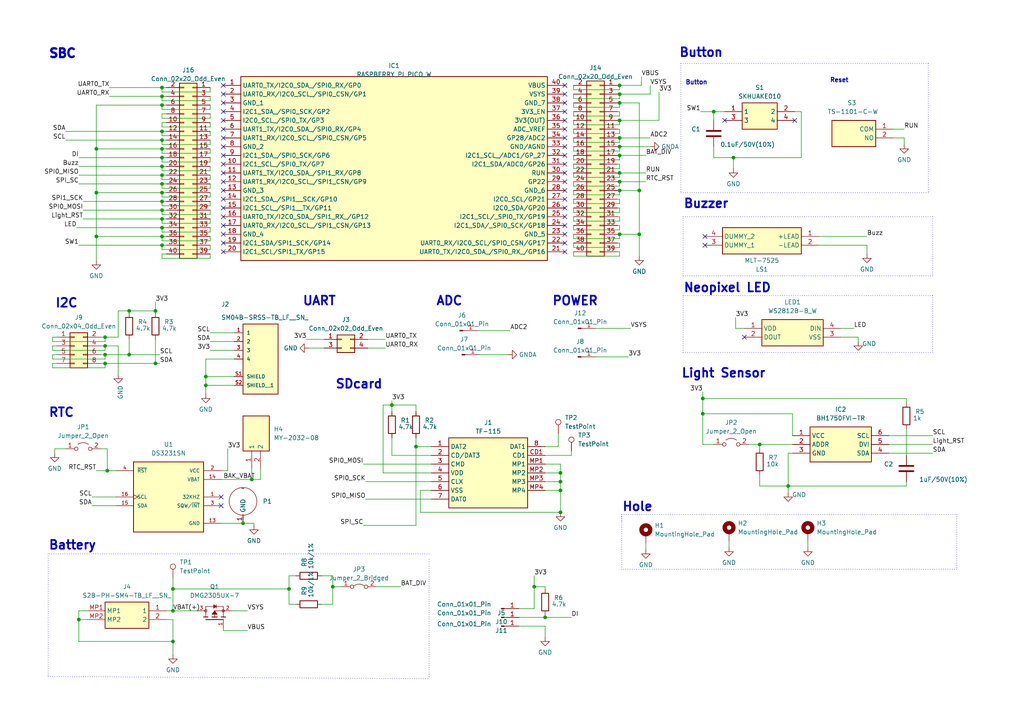
<source format=kicad_sch>
(kicad_sch (version 20230121) (generator eeschema)
  (paper "A4")
  (title_block (title "Porshe") (date "2024-01-04") (rev "0.1") (company "Microschool"))
  (junction (at 179.705 24.765))
  (junction (at 207.01 32.385))
  (junction (at 154.94 170.18))
  (junction (at 46.99 45.72))
  (junction (at 27.94 43.18))
  (junction (at 46.99 68.58))
  (junction (at 179.705 52.705))
  (junction (at 203.835 120.015))
  (junction (at 46.99 25.4))
  (junction (at 179.705 40.005))
  (junction (at 179.705 67.945))
  (junction (at 46.99 71.12))
  (junction (at 27.94 68.58))
  (junction (at 158.115 179.07))
  (junction (at 228.6 140.97))
  (junction (at 50.165 186.055))
  (junction (at 46.99 58.42))
  (junction (at 179.705 29.845))
  (junction (at 162.56 142.24))
  (junction (at 46.99 50.8))
  (junction (at 185.42 67.945))
  (junction (at 179.705 45.085))
  (junction (at 46.99 48.26))
  (junction (at 30.48 97.79))
  (junction (at 45.085 105.41))
  (junction (at 46.99 53.34))
  (junction (at 203.835 115.57))
  (junction (at 46.99 63.5))
  (junction (at 37.465 90.17))
  (junction (at 162.56 148.59))
  (junction (at 59.69 111.76))
  (junction (at 46.99 27.94))
  (junction (at 50.165 177.165))
  (junction (at 46.99 66.04))
  (junction (at 179.705 55.245))
  (junction (at 46.99 43.18))
  (junction (at 45.085 90.17))
  (junction (at 179.705 34.925))
  (junction (at 30.48 100.33))
  (junction (at 46.99 40.64))
  (junction (at 179.705 50.165))
  (junction (at 212.725 45.72))
  (junction (at 22.86 179.705))
  (junction (at 50.165 170.815))
  (junction (at 220.345 128.905))
  (junction (at 30.48 105.41))
  (junction (at 120.65 129.54))
  (junction (at 96.52 170.18))
  (junction (at 179.705 42.545))
  (junction (at 162.56 137.16))
  (junction (at 31.115 136.525))
  (junction (at 70.485 151.765))
  (junction (at 37.465 102.87))
  (junction (at 46.99 30.48))
  (junction (at 185.42 55.245))
  (junction (at 83.82 170.815))
  (junction (at 46.99 60.96))
  (junction (at 179.705 27.305))
  (junction (at 59.69 109.22))
  (junction (at 30.48 102.87))
  (junction (at 46.99 38.1))
  (junction (at 73.025 139.065))
  (junction (at 46.99 55.88))
  (junction (at 113.665 117.475))
  (junction (at 27.94 55.88))
  (junction (at 162.56 139.7))
  (no_connect (at 64.77 67.945))
  (no_connect (at 64.77 55.245))
  (no_connect (at 163.83 40.005))
  (no_connect (at 163.83 50.165))
  (no_connect (at 163.83 29.845))
  (no_connect (at 64.77 37.465))
  (no_connect (at 64.135 146.685))
  (no_connect (at 163.83 67.945))
  (no_connect (at 163.83 62.865))
  (no_connect (at 64.135 144.145))
  (no_connect (at 163.83 45.085))
  (no_connect (at 215.9 97.79))
  (no_connect (at 64.77 50.165))
  (no_connect (at 64.77 52.705))
  (no_connect (at 64.77 47.625))
  (no_connect (at 64.77 34.925))
  (no_connect (at 64.77 57.785))
  (no_connect (at 163.83 47.625))
  (no_connect (at 64.77 40.005))
  (no_connect (at 64.77 32.385))
  (no_connect (at 204.47 68.58))
  (no_connect (at 163.83 57.785))
  (no_connect (at 64.77 24.765))
  (no_connect (at 163.83 65.405))
  (no_connect (at 64.77 70.485))
  (no_connect (at 64.77 65.405))
  (no_connect (at 163.83 42.545))
  (no_connect (at 64.77 62.865))
  (no_connect (at 163.83 24.765))
  (no_connect (at 210.185 34.925))
  (no_connect (at 64.77 45.085))
  (no_connect (at 64.77 29.845))
  (no_connect (at 163.83 70.485))
  (no_connect (at 163.83 55.245))
  (no_connect (at 163.83 73.025))
  (no_connect (at 64.77 60.325))
  (no_connect (at 163.83 52.705))
  (no_connect (at 64.77 42.545))
  (no_connect (at 230.505 34.925))
  (no_connect (at 64.77 27.305))
  (no_connect (at 64.77 73.025))
  (no_connect (at 163.83 34.925))
  (no_connect (at 163.83 37.465))
  (no_connect (at 163.83 60.325))
  (no_connect (at 204.47 71.12))
  (no_connect (at 163.83 27.305))
  (no_connect (at 163.83 32.385))
  (wire (pts (xy 203.835 113.665) (xy 203.835 115.57)))
  (wire (pts (xy 46.99 53.34) (xy 48.26 53.34)))
  (wire (pts (xy 46.99 39.37) (xy 46.99 38.1)))
  (wire (pts (xy 158.115 181.61) (xy 158.115 184.785)))
  (wire (pts (xy 220.345 137.795) (xy 220.345 140.97)))
  (wire (pts (xy 179.07 47.625) (xy 179.705 47.625)))
  (wire (pts (xy 243.84 97.79) (xy 248.92 97.79)))
  (wire (pts (xy 125.095 142.24) (xy 121.92 142.24)))
  (polyline (pts (xy 270.51 62.865) (xy 270.51 80.01)) (stroke (width 0) (type dot)))
  (wire (pts (xy 179.705 53.975) (xy 179.705 52.705)))
  (wire (pts (xy 158.115 170.18) (xy 154.94 170.18)))
  (wire (pts (xy 59.69 109.22) (xy 67.945 109.22)))
  (wire (pts (xy 30.48 104.14) (xy 30.48 102.87)))
  (wire (pts (xy 237.49 68.58) (xy 251.46 68.58)))
  (wire (pts (xy 46.99 62.23) (xy 46.99 60.96)))
  (polyline (pts (xy 180.34 165.1) (xy 180.34 149.225)) (stroke (width 0) (type dot)))
  (wire (pts (xy 179.705 52.705) (xy 187.325 52.705)))
  (wire (pts (xy 147.955 95.885) (xy 138.43 95.885)))
  (wire (pts (xy 172.72 95.25) (xy 182.88 95.25)))
  (wire (pts (xy 45.085 90.17) (xy 45.085 90.805)))
  (wire (pts (xy 179.705 64.135) (xy 179.705 62.865)))
  (wire (pts (xy 70.485 151.765) (xy 73.66 151.765)))
  (wire (pts (xy 46.99 63.5) (xy 48.26 63.5)))
  (wire (pts (xy 179.07 32.385) (xy 179.705 32.385)))
  (polyline (pts (xy 277.495 149.225) (xy 277.495 165.1)) (stroke (width 0) (type dot)))
  (wire (pts (xy 46.99 29.21) (xy 46.99 27.94)))
  (polyline (pts (xy 270.51 85.725) (xy 270.51 102.235)) (stroke (width 0) (type dot)))
  (wire (pts (xy 166.37 66.675) (xy 179.705 66.675)))
  (wire (pts (xy 179.705 41.275) (xy 179.705 40.005)))
  (wire (pts (xy 22.86 177.165) (xy 22.86 179.705)))
  (wire (pts (xy 166.37 52.705) (xy 166.37 53.975)))
  (wire (pts (xy 207.01 45.72) (xy 212.725 45.72)))
  (wire (pts (xy 83.82 175.26) (xy 85.725 175.26)))
  (wire (pts (xy 24.13 60.96) (xy 46.99 60.96)))
  (wire (pts (xy 179.705 43.815) (xy 179.705 42.545)))
  (wire (pts (xy 166.37 41.275) (xy 179.705 41.275)))
  (wire (pts (xy 179.07 73.025) (xy 179.705 73.025)))
  (wire (pts (xy 30.48 102.87) (xy 37.465 102.87)))
  (wire (pts (xy 60.96 45.72) (xy 60.96 46.99)))
  (wire (pts (xy 59.69 104.14) (xy 67.945 104.14)))
  (wire (pts (xy 212.725 45.72) (xy 232.41 45.72)))
  (wire (pts (xy 166.37 65.405) (xy 166.37 66.675)))
  (wire (pts (xy 234.315 156.845) (xy 234.315 158.75)))
  (wire (pts (xy 29.21 97.79) (xy 30.48 97.79)))
  (wire (pts (xy 161.925 129.54) (xy 161.925 125.73)))
  (wire (pts (xy 48.26 71.12) (xy 46.99 71.12)))
  (wire (pts (xy 166.37 37.465) (xy 166.37 38.735)))
  (wire (pts (xy 15.24 102.87) (xy 15.24 104.14)))
  (wire (pts (xy 106.68 98.425) (xy 111.76 98.425)))
  (wire (pts (xy 113.665 132.08) (xy 113.665 127)))
  (wire (pts (xy 166.37 64.135) (xy 179.705 64.135)))
  (wire (pts (xy 179.705 69.215) (xy 179.705 67.945)))
  (wire (pts (xy 46.99 44.45) (xy 46.99 43.18)))
  (polyline (pts (xy 124.46 160.655) (xy 13.97 160.655)) (stroke (width 0) (type dot)))
  (wire (pts (xy 46.99 41.91) (xy 46.99 40.64)))
  (wire (pts (xy 46.99 35.56) (xy 48.26 35.56)))
  (wire (pts (xy 30.48 101.6) (xy 30.48 100.33)))
  (wire (pts (xy 46.99 45.72) (xy 22.86 45.72)))
  (wire (pts (xy 166.37 24.765) (xy 166.37 26.035)))
  (wire (pts (xy 46.99 73.66) (xy 48.26 73.66)))
  (wire (pts (xy 162.56 137.16) (xy 162.56 139.7)))
  (wire (pts (xy 251.46 71.12) (xy 251.46 73.66)))
  (polyline (pts (xy 270.51 102.235) (xy 198.12 102.235)) (stroke (width 0) (type dot)))
  (wire (pts (xy 16.51 105.41) (xy 15.24 105.41)))
  (wire (pts (xy 182.245 103.505) (xy 172.72 103.505)))
  (wire (pts (xy 30.48 97.79) (xy 34.29 97.79)))
  (wire (pts (xy 158.115 178.435) (xy 158.115 179.07)))
  (wire (pts (xy 60.96 99.06) (xy 67.945 99.06)))
  (wire (pts (xy 15.24 100.33) (xy 15.24 101.6)))
  (wire (pts (xy 179.705 31.115) (xy 179.705 29.845)))
  (wire (pts (xy 48.26 45.72) (xy 46.99 45.72)))
  (wire (pts (xy 64.135 139.065) (xy 73.025 139.065)))
  (wire (pts (xy 166.37 42.545) (xy 166.37 43.815)))
  (wire (pts (xy 179.705 74.295) (xy 179.705 73.025)))
  (wire (pts (xy 166.37 38.735) (xy 179.705 38.735)))
  (wire (pts (xy 22.86 179.705) (xy 25.4 179.705)))
  (wire (pts (xy 179.705 71.755) (xy 179.705 70.485)))
  (wire (pts (xy 60.96 53.34) (xy 60.96 54.61)))
  (wire (pts (xy 50.165 170.815) (xy 50.165 177.165)))
  (wire (pts (xy 46.99 64.77) (xy 46.99 63.5)))
  (wire (pts (xy 60.96 66.04) (xy 60.96 67.31)))
  (wire (pts (xy 30.48 106.68) (xy 30.48 105.41)))
  (wire (pts (xy 45.085 87.63) (xy 45.085 90.17)))
  (wire (pts (xy 179.07 45.085) (xy 179.705 45.085)))
  (wire (pts (xy 46.99 46.99) (xy 46.99 45.72)))
  (wire (pts (xy 67.31 177.165) (xy 71.755 177.165)))
  (wire (pts (xy 46.99 50.8) (xy 48.26 50.8)))
  (wire (pts (xy 15.24 99.06) (xy 30.48 99.06)))
  (wire (pts (xy 237.49 71.12) (xy 251.46 71.12)))
  (wire (pts (xy 60.96 62.23) (xy 46.99 62.23)))
  (wire (pts (xy 179.07 65.405) (xy 179.705 65.405)))
  (wire (pts (xy 203.835 120.015) (xy 203.835 128.905)))
  (wire (pts (xy 26.67 144.145) (xy 33.655 144.145)))
  (wire (pts (xy 203.835 128.905) (xy 207.01 128.905)))
  (wire (pts (xy 262.89 139.7) (xy 262.89 140.97)))
  (wire (pts (xy 15.24 101.6) (xy 30.48 101.6)))
  (polyline (pts (xy 198.12 85.725) (xy 270.51 85.725)) (stroke (width 0) (type dot)))
  (wire (pts (xy 66.04 136.525) (xy 66.04 130.175)))
  (wire (pts (xy 31.115 130.175) (xy 31.115 136.525)))
  (wire (pts (xy 96.52 167.005) (xy 96.52 170.18)))
  (wire (pts (xy 243.84 95.25) (xy 247.65 95.25)))
  (wire (pts (xy 46.99 43.18) (xy 27.94 43.18)))
  (wire (pts (xy 179.705 28.575) (xy 179.705 27.305)))
  (wire (pts (xy 262.89 116.84) (xy 262.89 115.57)))
  (wire (pts (xy 179.705 67.945) (xy 185.42 67.945)))
  (wire (pts (xy 34.29 90.17) (xy 37.465 90.17)))
  (wire (pts (xy 34.29 97.79) (xy 34.29 90.17)))
  (wire (pts (xy 46.99 31.75) (xy 46.99 30.48)))
  (wire (pts (xy 228.6 140.97) (xy 262.89 140.97)))
  (wire (pts (xy 106.045 139.7) (xy 125.095 139.7)))
  (wire (pts (xy 228.6 131.445) (xy 228.6 140.97)))
  (wire (pts (xy 166.37 48.895) (xy 179.705 48.895)))
  (polyline (pts (xy 199.39 62.865) (xy 270.51 62.865)) (stroke (width 0) (type dot)))
  (wire (pts (xy 60.96 31.75) (xy 46.99 31.75)))
  (wire (pts (xy 179.705 45.085) (xy 187.325 45.085)))
  (wire (pts (xy 19.05 38.1) (xy 46.99 38.1)))
  (wire (pts (xy 26.67 146.685) (xy 33.655 146.685)))
  (wire (pts (xy 48.26 179.705) (xy 50.165 179.705)))
  (wire (pts (xy 46.99 40.64) (xy 48.26 40.64)))
  (wire (pts (xy 166.37 28.575) (xy 179.705 28.575)))
  (wire (pts (xy 60.96 50.8) (xy 60.96 52.07)))
  (wire (pts (xy 60.96 60.96) (xy 60.96 62.23)))
  (wire (pts (xy 60.96 44.45) (xy 46.99 44.45)))
  (wire (pts (xy 60.96 67.31) (xy 46.99 67.31)))
  (wire (pts (xy 46.99 55.88) (xy 27.94 55.88)))
  (wire (pts (xy 22.225 66.04) (xy 46.99 66.04)))
  (wire (pts (xy 46.99 58.42) (xy 48.26 58.42)))
  (wire (pts (xy 166.37 74.295) (xy 179.705 74.295)))
  (wire (pts (xy 179.07 55.245) (xy 179.705 55.245)))
  (wire (pts (xy 166.37 62.865) (xy 166.37 64.135)))
  (wire (pts (xy 125.095 137.16) (xy 111.125 137.16)))
  (wire (pts (xy 59.69 104.14) (xy 59.69 109.22)))
  (wire (pts (xy 60.96 54.61) (xy 46.99 54.61)))
  (wire (pts (xy 46.99 27.94) (xy 48.26 27.94)))
  (wire (pts (xy 60.96 35.56) (xy 60.96 36.83)))
  (wire (pts (xy 60.96 96.52) (xy 67.945 96.52)))
  (wire (pts (xy 46.99 48.26) (xy 22.86 48.26)))
  (wire (pts (xy 162.56 142.24) (xy 162.56 148.59)))
  (wire (pts (xy 105.41 152.4) (xy 120.65 152.4)))
  (wire (pts (xy 46.99 71.12) (xy 22.86 71.12)))
  (polyline (pts (xy 269.24 55.88) (xy 197.485 55.88)) (stroke (width 0) (type dot)))
  (wire (pts (xy 111.125 137.16) (xy 111.125 117.475)))
  (wire (pts (xy 60.96 30.48) (xy 60.96 31.75)))
  (wire (pts (xy 25.4 177.165) (xy 22.86 177.165)))
  (wire (pts (xy 179.07 60.325) (xy 179.705 60.325)))
  (wire (pts (xy 213.36 92.075) (xy 213.36 95.25)))
  (wire (pts (xy 220.345 140.97) (xy 228.6 140.97)))
  (wire (pts (xy 158.115 137.16) (xy 162.56 137.16)))
  (wire (pts (xy 46.99 74.93) (xy 46.99 73.66)))
  (wire (pts (xy 166.37 34.925) (xy 166.37 36.195)))
  (polyline (pts (xy 198.12 85.725) (xy 198.12 85.725)))
  (wire (pts (xy 46.99 25.4) (xy 48.26 25.4)))
  (wire (pts (xy 16.51 100.33) (xy 15.24 100.33)))
  (wire (pts (xy 19.05 40.64) (xy 46.99 40.64)))
  (wire (pts (xy 179.07 40.005) (xy 179.705 40.005)))
  (wire (pts (xy 60.96 43.18) (xy 60.96 44.45)))
  (wire (pts (xy 179.705 42.545) (xy 188.595 42.545)))
  (wire (pts (xy 27.94 68.58) (xy 27.94 75.565)))
  (wire (pts (xy 158.115 179.07) (xy 165.735 179.07)))
  (wire (pts (xy 37.465 90.17) (xy 45.085 90.17)))
  (wire (pts (xy 45.085 98.425) (xy 45.085 105.41)))
  (wire (pts (xy 60.96 48.26) (xy 60.96 49.53)))
  (wire (pts (xy 179.07 34.925) (xy 179.705 34.925)))
  (wire (pts (xy 120.65 119.38) (xy 120.65 117.475)))
  (wire (pts (xy 15.24 97.79) (xy 15.24 99.06)))
  (wire (pts (xy 60.96 46.99) (xy 46.99 46.99)))
  (wire (pts (xy 259.08 40.005) (xy 262.255 40.005)))
  (wire (pts (xy 93.98 100.965) (xy 89.535 100.965)))
  (wire (pts (xy 120.65 129.54) (xy 120.65 152.4)))
  (wire (pts (xy 31.75 25.4) (xy 46.99 25.4)))
  (wire (pts (xy 125.095 144.78) (xy 106.045 144.78)))
  (wire (pts (xy 30.48 99.06) (xy 30.48 97.79)))
  (wire (pts (xy 60.96 58.42) (xy 60.96 59.69)))
  (polyline (pts (xy 198.12 80.01) (xy 198.12 62.865)) (stroke (width 0) (type dot)))
  (wire (pts (xy 96.52 170.18) (xy 99.06 170.18)))
  (wire (pts (xy 212.725 45.72) (xy 212.725 48.895)))
  (wire (pts (xy 262.255 40.005) (xy 262.255 41.91)))
  (wire (pts (xy 166.37 29.845) (xy 166.37 31.115)))
  (wire (pts (xy 229.87 131.445) (xy 228.6 131.445)))
  (wire (pts (xy 179.07 62.865) (xy 179.705 62.865)))
  (wire (pts (xy 60.96 68.58) (xy 60.96 69.85)))
  (wire (pts (xy 185.42 55.245) (xy 185.42 67.945)))
  (polyline (pts (xy 13.97 160.655) (xy 13.97 196.215)) (stroke (width 0) (type dot)))
  (wire (pts (xy 179.705 24.765) (xy 186.055 24.765)))
  (wire (pts (xy 203.2 32.385) (xy 207.01 32.385)))
  (wire (pts (xy 166.37 56.515) (xy 179.705 56.515)))
  (wire (pts (xy 27.94 136.525) (xy 31.115 136.525)))
  (wire (pts (xy 109.22 170.18) (xy 116.205 170.18)))
  (wire (pts (xy 48.26 68.58) (xy 46.99 68.58)))
  (wire (pts (xy 15.24 105.41) (xy 15.24 106.68)))
  (wire (pts (xy 179.705 33.655) (xy 179.705 32.385)))
  (wire (pts (xy 46.99 66.04) (xy 48.26 66.04)))
  (wire (pts (xy 15.875 130.175) (xy 15.875 131.445)))
  (wire (pts (xy 46.99 36.83) (xy 46.99 35.56)))
  (wire (pts (xy 179.705 36.195) (xy 179.705 34.925)))
  (wire (pts (xy 166.37 26.035) (xy 179.705 26.035)))
  (wire (pts (xy 113.665 116.205) (xy 113.665 117.475)))
  (wire (pts (xy 179.07 27.305) (xy 179.705 27.305)))
  (wire (pts (xy 179.705 51.435) (xy 179.705 50.165)))
  (wire (pts (xy 64.77 182.88) (xy 71.755 182.88)))
  (wire (pts (xy 60.96 33.02) (xy 60.96 34.29)))
  (wire (pts (xy 158.115 170.815) (xy 158.115 170.18)))
  (wire (pts (xy 111.125 117.475) (xy 113.665 117.475)))
  (wire (pts (xy 19.05 130.175) (xy 15.875 130.175)))
  (wire (pts (xy 166.37 53.975) (xy 179.705 53.975)))
  (wire (pts (xy 60.96 52.07) (xy 46.99 52.07)))
  (wire (pts (xy 48.26 55.88) (xy 46.99 55.88)))
  (wire (pts (xy 257.81 131.445) (xy 270.51 131.445)))
  (wire (pts (xy 229.87 126.365) (xy 229.87 120.015)))
  (wire (pts (xy 121.92 148.59) (xy 162.56 148.59)))
  (wire (pts (xy 166.37 50.165) (xy 166.37 51.435)))
  (wire (pts (xy 50.165 177.165) (xy 57.15 177.165)))
  (wire (pts (xy 162.56 134.62) (xy 162.56 137.16)))
  (wire (pts (xy 46.99 54.61) (xy 46.99 53.34)))
  (wire (pts (xy 166.37 70.485) (xy 166.37 71.755)))
  (wire (pts (xy 166.37 32.385) (xy 166.37 33.655)))
  (wire (pts (xy 64.77 182.245) (xy 64.77 182.88)))
  (wire (pts (xy 207.01 32.385) (xy 207.01 34.925)))
  (polyline (pts (xy 269.24 18.415) (xy 269.24 55.88)) (stroke (width 0) (type dot)))
  (wire (pts (xy 64.135 151.765) (xy 70.485 151.765)))
  (wire (pts (xy 34.29 100.33) (xy 30.48 100.33)))
  (polyline (pts (xy 180.34 149.225) (xy 277.495 149.225)) (stroke (width 0) (type dot)))
  (wire (pts (xy 179.07 42.545) (xy 179.705 42.545)))
  (wire (pts (xy 60.96 55.88) (xy 60.96 57.15)))
  (wire (pts (xy 211.455 156.845) (xy 211.455 158.75)))
  (wire (pts (xy 207.01 32.385) (xy 210.185 32.385)))
  (wire (pts (xy 179.07 29.845) (xy 179.705 29.845)))
  (wire (pts (xy 30.48 105.41) (xy 45.085 105.41)))
  (wire (pts (xy 46.99 52.07) (xy 46.99 50.8)))
  (wire (pts (xy 60.96 74.93) (xy 46.99 74.93)))
  (wire (pts (xy 106.68 100.965) (xy 111.76 100.965)))
  (polyline (pts (xy 180.34 149.225) (xy 180.34 151.765)) (stroke (width 0) (type dot)))
  (wire (pts (xy 29.21 100.33) (xy 30.48 100.33)))
  (wire (pts (xy 217.17 128.905) (xy 220.345 128.905)))
  (wire (pts (xy 24.13 58.42) (xy 46.99 58.42)))
  (wire (pts (xy 179.705 27.305) (xy 188.595 27.305)))
  (wire (pts (xy 60.96 41.91) (xy 46.99 41.91)))
  (wire (pts (xy 166.37 27.305) (xy 166.37 28.575)))
  (wire (pts (xy 166.37 55.245) (xy 166.37 56.515)))
  (wire (pts (xy 179.07 50.165) (xy 179.705 50.165)))
  (wire (pts (xy 60.96 101.6) (xy 67.945 101.6)))
  (wire (pts (xy 22.86 186.055) (xy 50.165 186.055)))
  (wire (pts (xy 27.94 43.18) (xy 27.94 55.88)))
  (wire (pts (xy 187.325 157.48) (xy 187.325 159.385)))
  (wire (pts (xy 59.69 111.76) (xy 59.69 114.3)))
  (wire (pts (xy 188.595 24.765) (xy 188.595 27.305)))
  (wire (pts (xy 179.705 38.735) (xy 179.705 37.465)))
  (wire (pts (xy 29.21 105.41) (xy 30.48 105.41)))
  (wire (pts (xy 33.655 136.525) (xy 31.115 136.525)))
  (wire (pts (xy 166.37 69.215) (xy 179.705 69.215)))
  (wire (pts (xy 60.96 29.21) (xy 46.99 29.21)))
  (wire (pts (xy 147.32 102.87) (xy 139.065 102.87)))
  (wire (pts (xy 59.69 109.22) (xy 59.69 111.76)))
  (wire (pts (xy 179.705 48.895) (xy 179.705 47.625)))
  (wire (pts (xy 34.29 108.585) (xy 34.29 100.33)))
  (wire (pts (xy 50.165 167.64) (xy 50.165 170.815)))
  (wire (pts (xy 166.37 43.815) (xy 179.705 43.815)))
  (wire (pts (xy 46.99 30.48) (xy 27.94 30.48)))
  (wire (pts (xy 166.37 45.085) (xy 166.37 46.355)))
  (wire (pts (xy 60.96 26.67) (xy 46.99 26.67)))
  (polyline (pts (xy 198.12 102.235) (xy 198.12 85.725)) (stroke (width 0) (type dot)))
  (wire (pts (xy 22.86 179.705) (xy 22.86 186.055)))
  (polyline (pts (xy 197.485 18.415) (xy 197.485 55.88)) (stroke (width 0) (type dot)))
  (wire (pts (xy 37.465 102.87) (xy 46.355 102.87)))
  (wire (pts (xy 46.99 49.53) (xy 46.99 48.26)))
  (wire (pts (xy 46.99 38.1) (xy 48.26 38.1)))
  (wire (pts (xy 45.085 105.41) (xy 46.355 105.41)))
  (wire (pts (xy 179.07 70.485) (xy 179.705 70.485)))
  (wire (pts (xy 29.21 130.175) (xy 31.115 130.175)))
  (wire (pts (xy 179.07 52.705) (xy 179.705 52.705)))
  (wire (pts (xy 83.82 167.005) (xy 83.82 170.815)))
  (wire (pts (xy 121.92 142.24) (xy 121.92 148.59)))
  (wire (pts (xy 158.115 132.08) (xy 165.735 132.08)))
  (wire (pts (xy 88.9 98.425) (xy 93.98 98.425)))
  (wire (pts (xy 166.37 40.005) (xy 166.37 41.275)))
  (wire (pts (xy 31.75 27.94) (xy 46.99 27.94)))
  (wire (pts (xy 27.94 55.88) (xy 27.94 68.58)))
  (wire (pts (xy 259.08 37.465) (xy 262.255 37.465)))
  (wire (pts (xy 203.835 115.57) (xy 203.835 120.015)))
  (wire (pts (xy 64.135 136.525) (xy 66.04 136.525)))
  (wire (pts (xy 125.095 134.62) (xy 105.41 134.62)))
  (wire (pts (xy 179.705 59.055) (xy 179.705 57.785)))
  (wire (pts (xy 179.705 61.595) (xy 179.705 60.325)))
  (wire (pts (xy 50.165 186.055) (xy 50.165 189.865)))
  (wire (pts (xy 213.36 95.25) (xy 215.9 95.25)))
  (wire (pts (xy 262.89 115.57) (xy 203.835 115.57)))
  (wire (pts (xy 125.095 129.54) (xy 120.65 129.54)))
  (wire (pts (xy 60.96 59.69) (xy 46.99 59.69)))
  (wire (pts (xy 46.99 67.31) (xy 46.99 66.04)))
  (wire (pts (xy 60.96 63.5) (xy 60.96 64.77)))
  (wire (pts (xy 166.37 71.755) (xy 179.705 71.755)))
  (wire (pts (xy 60.96 39.37) (xy 46.99 39.37)))
  (wire (pts (xy 46.99 59.69) (xy 46.99 58.42)))
  (wire (pts (xy 48.26 177.165) (xy 50.165 177.165)))
  (wire (pts (xy 46.99 26.67) (xy 46.99 25.4)))
  (wire (pts (xy 24.13 63.5) (xy 46.99 63.5)))
  (wire (pts (xy 248.92 97.79) (xy 248.92 99.06)))
  (wire (pts (xy 48.26 43.18) (xy 46.99 43.18)))
  (wire (pts (xy 150.495 181.61) (xy 158.115 181.61)))
  (wire (pts (xy 22.86 53.34) (xy 46.99 53.34)))
  (wire (pts (xy 185.42 29.845) (xy 185.42 55.245)))
  (wire (pts (xy 46.99 68.58) (xy 27.94 68.58)))
  (polyline (pts (xy 277.495 165.1) (xy 180.34 165.1)) (stroke (width 0) (type dot)))
  (wire (pts (xy 179.07 67.945) (xy 179.705 67.945)))
  (wire (pts (xy 60.96 38.1) (xy 60.96 39.37)))
  (wire (pts (xy 166.37 73.025) (xy 166.37 74.295)))
  (wire (pts (xy 179.705 29.845) (xy 185.42 29.845)))
  (wire (pts (xy 165.735 132.08) (xy 165.735 130.81)))
  (wire (pts (xy 46.99 57.15) (xy 46.99 55.88)))
  (wire (pts (xy 16.51 97.79) (xy 15.24 97.79)))
  (wire (pts (xy 60.96 40.64) (xy 60.96 41.91)))
  (wire (pts (xy 50.165 179.705) (xy 50.165 186.055)))
  (wire (pts (xy 60.96 72.39) (xy 46.99 72.39)))
  (wire (pts (xy 113.665 117.475) (xy 113.665 119.38)))
  (wire (pts (xy 158.115 134.62) (xy 162.56 134.62)))
  (wire (pts (xy 207.01 42.545) (xy 207.01 45.72)))
  (wire (pts (xy 120.65 127) (xy 120.65 129.54)))
  (wire (pts (xy 96.52 175.26) (xy 93.345 175.26)))
  (wire (pts (xy 46.99 69.85) (xy 46.99 68.58)))
  (wire (pts (xy 60.96 27.94) (xy 60.96 29.21)))
  (wire (pts (xy 113.665 117.475) (xy 120.65 117.475)))
  (wire (pts (xy 60.96 34.29) (xy 46.99 34.29)))
  (wire (pts (xy 179.705 40.005) (xy 188.595 40.005)))
  (polyline (pts (xy 198.12 62.865) (xy 199.39 62.865)) (stroke (width 0) (type dot)))
  (wire (pts (xy 220.345 128.905) (xy 220.345 130.175)))
  (wire (pts (xy 179.705 46.355) (xy 179.705 45.085)))
  (wire (pts (xy 220.345 128.905) (xy 229.87 128.905)))
  (wire (pts (xy 60.96 49.53) (xy 46.99 49.53)))
  (wire (pts (xy 22.86 50.8) (xy 46.99 50.8)))
  (wire (pts (xy 158.115 139.7) (xy 162.56 139.7)))
  (wire (pts (xy 179.07 24.765) (xy 179.705 24.765)))
  (wire (pts (xy 125.095 132.08) (xy 113.665 132.08)))
  (polyline (pts (xy 13.97 196.215) (xy 124.46 196.85)) (stroke (width 0) (type dot)))
  (wire (pts (xy 150.495 176.53) (xy 154.94 176.53)))
  (wire (pts (xy 96.52 170.18) (xy 96.52 175.26)))
  (wire (pts (xy 232.41 32.385) (xy 232.41 45.72)))
  (wire (pts (xy 50.165 170.815) (xy 83.82 170.815)))
  (wire (pts (xy 179.705 26.035) (xy 179.705 24.765)))
  (wire (pts (xy 15.24 104.14) (xy 30.48 104.14)))
  (wire (pts (xy 166.37 33.655) (xy 179.705 33.655)))
  (wire (pts (xy 166.37 59.055) (xy 179.705 59.055)))
  (wire (pts (xy 27.94 30.48) (xy 27.94 43.18)))
  (wire (pts (xy 93.345 167.005) (xy 96.52 167.005)))
  (wire (pts (xy 60.96 64.77) (xy 46.99 64.77)))
  (wire (pts (xy 158.115 142.24) (xy 162.56 142.24)))
  (wire (pts (xy 48.26 30.48) (xy 46.99 30.48)))
  (wire (pts (xy 48.26 48.26) (xy 46.99 48.26)))
  (wire (pts (xy 46.99 60.96) (xy 48.26 60.96)))
  (wire (pts (xy 166.37 47.625) (xy 166.37 48.895)))
  (wire (pts (xy 73.025 135.89) (xy 73.025 139.065)))
  (wire (pts (xy 60.96 69.85) (xy 46.99 69.85)))
  (wire (pts (xy 37.465 98.425) (xy 37.465 102.87)))
  (wire (pts (xy 166.37 51.435) (xy 179.705 51.435)))
  (wire (pts (xy 60.96 57.15) (xy 46.99 57.15)))
  (wire (pts (xy 166.37 36.195) (xy 179.705 36.195)))
  (wire (pts (xy 185.42 67.945) (xy 185.42 74.295)))
  (wire (pts (xy 230.505 32.385) (xy 232.41 32.385)))
  (wire (pts (xy 29.21 102.87) (xy 30.48 102.87)))
  (wire (pts (xy 166.37 61.595) (xy 179.705 61.595)))
  (wire (pts (xy 179.705 50.165) (xy 187.325 50.165)))
  (wire (pts (xy 179.705 55.245) (xy 185.42 55.245)))
  (wire (pts (xy 158.115 129.54) (xy 161.925 129.54)))
  (wire (pts (xy 60.96 25.4) (xy 60.96 26.67)))
  (wire (pts (xy 166.37 57.785) (xy 166.37 59.055)))
  (wire (pts (xy 83.82 170.815) (xy 83.82 175.26)))
  (wire (pts (xy 166.37 46.355) (xy 179.705 46.355)))
  (wire (pts (xy 179.705 66.675) (xy 179.705 65.405)))
  (wire (pts (xy 179.705 34.925) (xy 191.135 34.925)))
  (wire (pts (xy 85.725 167.005) (xy 83.82 167.005)))
  (wire (pts (xy 154.94 176.53) (xy 154.94 170.18)))
  (wire (pts (xy 60.96 71.12) (xy 60.96 72.39)))
  (wire (pts (xy 179.07 37.465) (xy 179.705 37.465)))
  (polyline (pts (xy 124.46 196.215) (xy 124.46 161.925)) (stroke (width 0) (type dot)))
  (wire (pts (xy 150.495 179.07) (xy 158.115 179.07)))
  (wire (pts (xy 75.565 135.89) (xy 75.565 139.065)))
  (wire (pts (xy 59.69 111.76) (xy 67.945 111.76)))
  (wire (pts (xy 16.51 102.87) (xy 15.24 102.87)))
  (wire (pts (xy 166.37 60.325) (xy 166.37 61.595)))
  (wire (pts (xy 179.705 56.515) (xy 179.705 55.245)))
  (wire (pts (xy 162.56 139.7) (xy 162.56 142.24)))
  (wire (pts (xy 46.99 34.29) (xy 46.99 33.02)))
  (wire (pts (xy 166.37 67.945) (xy 166.37 69.215)))
  (wire (pts (xy 60.96 73.66) (xy 60.96 74.93)))
  (wire (pts (xy 37.465 90.17) (xy 37.465 90.805)))
  (wire (pts (xy 186.055 22.225) (xy 186.055 24.765)))
  (wire (pts (xy 228.6 140.97) (xy 228.6 142.875)))
  (wire (pts (xy 73.025 139.065) (xy 75.565 139.065)))
  (wire (pts (xy 15.24 106.68) (xy 30.48 106.68)))
  (wire (pts (xy 154.94 170.18) (xy 154.94 167.005)))
  (polyline (pts (xy 197.485 18.415) (xy 269.24 18.415)) (stroke (width 0) (type dot)))
  (wire (pts (xy 257.81 128.905) (xy 270.51 128.905)))
  (wire (pts (xy 257.81 126.365) (xy 270.51 126.365)))
  (wire (pts (xy 166.37 31.115) (xy 179.705 31.115)))
  (wire (pts (xy 46.99 33.02) (xy 48.26 33.02)))
  (polyline (pts (xy 270.51 80.01) (xy 198.12 80.01)) (stroke (width 0) (type dot)))
  (wire (pts (xy 262.89 124.46) (xy 262.89 132.08)))
  (wire (pts (xy 73.66 151.765) (xy 73.66 152.4)))
  (wire (pts (xy 191.135 26.67) (xy 191.135 34.925)))
  (wire (pts (xy 46.99 72.39) (xy 46.99 71.12)))
  (wire (pts (xy 179.07 57.785) (xy 179.705 57.785)))
  (wire (pts (xy 229.87 120.015) (xy 203.835 120.015)))
  (wire (pts (xy 60.96 36.83) (xy 46.99 36.83)))
  (text "Reset\n" (at 240.665 24.13 0) (effects (font (size 1.27 1.27) (thickness 0.254) bold) (justify left bottom)))
  (text "I2C" (at 15.875 89.535 0) (effects (font (size 2.54 2.54) (thickness 0.508) bold) (justify left bottom)))
  (text "POWER" (at 160.02 88.9 0) (effects (font (size 2.54 2.54) (thickness 0.508) bold) (justify left bottom)))
  (text "Button\n\n" (at 196.85 20.955 0) (effects (font (size 2.54 2.54) (thickness 0.508) bold) (justify left bottom)))
  (text "Button" (at 198.755 24.765 0) (effects (font (size 1.27 1.27) (thickness 0.254) bold) (justify left bottom)))
  (text "Battery\n\n" (at 13.97 163.83 0) (effects (font (size 2.54 2.54) (thickness 0.508) bold) (justify left bottom)))
  (text "RTC" (at 13.97 121.285 0) (effects (font (size 2.54 2.54) (thickness 0.508) bold) (justify left bottom)))
  (text "Buzzer\n\n" (at 198.12 64.77 0) (effects (font (size 2.54 2.54) (thickness 0.508) bold) (justify left bottom)))
  (text "Neopixel LED\n" (at 198.12 85.09 0) (effects (font (size 2.54 2.54) (thickness 0.508) bold) (justify left bottom)))
  (text "SDcard" (at 97.155 113.03 0) (effects (font (size 2.54 2.54) (thickness 0.508) bold) (justify left bottom)))
  (text "Hole" (at 180.34 148.59 0) (effects (font (size 2.54 2.54) (thickness 0.508) bold) (justify left bottom)))
  (text "Light Sensor\n" (at 197.485 109.855 0) (effects (font (size 2.54 2.54) (thickness 0.508) bold) (justify left bottom)))
  (text "ADC" (at 126.365 88.9 0) (effects (font (size 2.54 2.54) (thickness 0.508) bold) (justify left bottom)))
  (text "UART" (at 87.63 88.9 0) (effects (font (size 2.54 2.54) (thickness 0.508) bold) (justify left bottom)))
  (text "SBC" (at 13.97 17.145 0) (effects (font (size 2.54 2.54) (thickness 5.08) bold) (justify left bottom)))
  (label "VSYS" (at 71.755 177.165 0))
  (label "3V3" (at 60.96 101.6 180))
  (label "3V3" (at 191.135 26.67 0))
  (label "VBAT(+)" (at 50.165 177.165 0))
  (label "VSYS" (at 182.88 95.25 0))
  (label "SDA" (at 270.51 131.445 0))
  (label "SPI0_MISO" (at 22.86 50.8 180))
  (label "Buzz" (at 22.86 48.26 180))
  (label "SDA" (at 19.05 38.1 180))
  (label "VBUS" (at 186.055 22.225 0))
  (label "BAT_DIV" (at 116.205 170.18 0))
  (label "SPI0_MOSI" (at 105.41 134.62 180))
  (label "SW1" (at 203.2 32.385 180))
  (label "Light_RST" (at 270.51 128.905 0))
  (label "SDA" (at 60.96 99.06 180))
  (label "ADC2" (at 188.595 40.005 0))
  (label "SW1" (at 22.86 71.12 180))
  (label "SCL" (at 26.67 144.145 180))
  (label "Light_RST" (at 24.13 63.5 180))
  (label "UART0_TX" (at 111.76 98.425 0))
  (label "VSYS" (at 188.595 24.765 0))
  (label "SCL" (at 60.96 96.52 180))
  (label "SDA" (at 26.67 146.685 180))
  (label "LED" (at 247.65 95.25 0))
  (label "SCL" (at 19.05 40.64 180))
  (label "3V3" (at 88.9 98.425 180))
  (label "SPI_SC" (at 105.41 152.4 180))
  (label "ADC2" (at 147.955 95.885 0))
  (label "Buzz" (at 251.46 68.58 0))
  (label "UART0_RX" (at 31.75 27.94 180))
  (label "SPI0_MOSI" (at 24.13 60.96 180))
  (label "3V3" (at 66.04 130.175 0))
  (label "UART0_RX" (at 111.76 100.965 0))
  (label "3V3" (at 213.36 92.075 0))
  (label "BAK_VBAT" (at 64.77 139.065 0))
  (label "SPI1_SCK" (at 24.13 58.42 180))
  (label "RTC_RST" (at 187.325 52.705 0))
  (label "UART0_TX" (at 31.75 25.4 180))
  (label "BAT_DIV" (at 187.325 45.085 0))
  (label "LED" (at 22.225 66.04 180))
  (label "SPI0_MISO" (at 106.045 144.78 180))
  (label "VBUS" (at 71.755 182.88 0))
  (label "DI" (at 22.86 45.72 180))
  (label "SDA" (at 46.355 105.41 0))
  (label "3V3" (at 182.245 103.505 0))
  (label "3V3" (at 45.085 87.63 0))
  (label "SCL" (at 270.51 126.365 0))
  (label "RUN" (at 262.255 37.465 0))
  (label "3V3" (at 113.665 116.205 0))
  (label "SPI0_SCK" (at 106.045 139.7 180))
  (label "RTC_RST" (at 27.94 136.525 180))
  (label "RUN" (at 187.325 50.165 0))
  (label "SPI_SC" (at 22.86 53.34 180))
  (label "3V3" (at 203.835 113.665 180))
  (label "3V3" (at 154.94 167.005 0))
  (label "DI" (at 165.735 179.07 0))
  (label "SCL" (at 46.355 102.87 0))
  (symbol (lib_id "power:GND") (at 212.725 48.895 0) (unit 1)
    (property "Reference" "#PWR018" (effects hide))
    (property "Value" "GND" (at 212.725 53.34 0))
  )
  (symbol (lib_id "power:GND") (at 73.66 152.4 0) (unit 1)
    (property "Reference" "#PWR05" (effects hide))
    (property "Value" "GND" (at 73.66 156.845 0))
  )
  (symbol (lib_id "power:GNDA") (at 147.32 102.87 90) (unit 1)
    (property "Reference" "#PWR013" (effects hide))
    (property "Value" "GNDA" (at 150.495 102.87 90) (effects (justify right)))
  )
  (symbol (lib_id "MLT-7525:MLT-7525") (at 237.49 68.58 0) (mirror y) (unit 1)
    (property "Reference" "LS1" (at 220.98 78.105 0))
    (property "Value" "MLT-7525" (at 220.98 75.565 0))
    (property "Footprint" "MLT7525" (effects hide))
    (property "Datasheet" "https://datasheet.lcsc.com/szlcsc/Jiangsu-Huaneng-Elec-MLT-7525_C95299.pdf" (effects hide))
    (property "Height" "2.5" (effects hide))
    (property "Manufacturer_Name" "Jiangsu Huaneng Elec" (effects hide))
    (property "Manufacturer_Part_Number" "MLT-7525" (effects hide))
  )
  (symbol (lib_id "RASPBERRY_PI_PICO_W:RASPBERRY_PI_PICO_W") (at 64.77 24.765 0) (unit 1) (in_bom no) (on_board no)
    (property "Reference" "IC1" (at 114.3 19.05 0))
    (property "Value" "RASPBERRY_PI_PICO_W" (at 114.3 21.59 0))
    (property "Footprint" "RASPBERRYPIPICOW" (effects hide))
    (property "Datasheet" "https://datasheets.raspberrypi.com/picow/pico-w-datasheet.pdf" (effects hide))
    (property "Height" "1" (effects hide))
    (property "Manufacturer_Name" "RASPBERRY-PI" (effects hide))
    (property "Manufacturer_Part_Number" "RASPBERRY PI PICO W" (effects hide))
  )
  (symbol (lib_id "Connector:Conn_01x01_Pin") (at 145.415 176.53 0) (unit 1) (in_bom no)
    (property "Reference" "J5" (at 145.415 177.8 0))
    (property "Value" "Conn_01x01_Pin" (at 134.62 175.26 0))
    (property "Footprint" "TestPoint:TestPoint_THTPad_D2.0mm_Drill1.0mm" (effects hide))
  )
  (symbol (lib_id "Connector:Conn_01x01_Pin") (at 167.64 103.505 0) (unit 1) (in_bom no)
    (property "Reference" "J8" (at 168.275 99.06 0))
    (property "Value" "Conn_01x01_Pin" (at 168.275 101.6 0))
    (property "Footprint" "Connector_Pin:Pin_D1.3mm_L11.0mm" (effects hide))
  )
  (symbol (lib_id "SM04B-SRSS-TB_LF__SN_:SM04B-SRSS-TB_LF__SN_") (at 75.565 101.6 0) (unit 1)
    (property "Reference" "J2" (at 64.135 88.265 0) (effects (justify left)))
    (property "Value" "SM04B-SRSS-TB_LF__SN_" (at 64.135 92.075 0) (effects (justify left)))
    (property "Footprint" "SM04B-SRSS-TB_LF__SN_:JST_SM04B-SRSS-TB_LF__SN_" (effects hide))
    (property "MF" "JST Sales" (effects hide))
    (property "Description" "\nConnector Header Surface Mount, Right Angle 4 position 0.039 (1.00mm)\n" (effects hide))
    (property "Package" "None" (effects hide))
    (property "Price" "None" (effects hide))
    (property "Check_prices" "https://www.snapeda.com/parts/SM04B-SRSS-TB(LF)(SN)/JST+Sales+America+Inc./view-part/?ref=eda" (effects hide))
    (property "STANDARD" "Manufacturer recommendations" (effects hide))
    (property "SnapEDA_Link" "https://www.snapeda.com/parts/SM04B-SRSS-TB(LF)(SN)/JST+Sales+America+Inc./view-part/?ref=snap" (effects hide))
    (property "MP" "SM04B-SRSS-TB(LF)(SN)" (effects hide))
    (property "Availability" "In Stock" (effects hide))
    (property "MANUFACTURER" "JST" (effects hide))
    (property "LCSC Part #" "C160404" (effects hide))
  )
  (symbol (lib_id "TF-115:TF-115") (at 125.095 129.54 0) (unit 1)
    (property "Reference" "J1" (at 141.605 122.555 0))
    (property "Value" "TF-115" (at 141.605 125.095 0))
    (property "Footprint" "TF115" (effects hide))
    (property "Datasheet" "https://datasheet.lcsc.com/szlcsc/XUNPU-TF-115_C266620.pdf" (effects hide))
    (property "Height" "2" (effects hide))
    (property "Manufacturer_Name" "XUNPU" (effects hide))
    (property "Manufacturer_Part_Number" "TF-115" (effects hide))
    (property "LCSC Part #" "C266620" (effects hide))
    (property "Memo" "https://www.digikey.com/en/maker/projects/raspberry-pi-pico-rp2040-sd-card-example-with-micropython-and-cc/e472c7f578734bfd96d437e68e670050" (effects hide))
  )
  (symbol (lib_id "power:GND") (at 185.42 74.295 0) (unit 1)
    (property "Reference" "#PWR09" (effects hide))
    (property "Value" "GND" (at 185.42 78.74 0))
  )
  (symbol (lib_id "power:GND") (at 27.94 75.565 0) (mirror y) (unit 1)
    (property "Reference" "#PWR010" (effects hide))
    (property "Value" "GND" (at 27.94 80.01 0))
  )
  (symbol (lib_id "DMG2305UX-7:DMG2305UX-7") (at 62.23 179.705 90) (unit 1)
    (property "Reference" "Q1" (at 62.23 170.18 90))
    (property "Value" "DMG2305UX-7" (at 62.23 172.72 90))
    (property "Footprint" "DMG2305UX-7:SOT91P240X110-3N_DMG2305UX-7" (effects hide))
    (property "MF" "Diodes Inc." (effects hide))
    (property "MAXIMUM_PACKAGE_HEIGHT" "1.1mm" (effects hide))
    (property "Package" "SOT-23 Diodes Inc." (effects hide))
    (property "Price" "None" (effects hide))
    (property "Check_prices" "https://www.snapeda.com/parts/DMG2305UX-7/Diodes+Inc./view-part/?ref=eda" (effects hide))
    (property "STANDARD" "IPC-7351B" (effects hide))
    (property "PARTREV" "09/2018" (effects hide))
    (property "SnapEDA_Link" "https://www.snapeda.com/parts/DMG2305UX-7/Diodes+Inc./view-part/?ref=snap" (effects hide))
    (property "MP" "DMG2305UX-7" (effects hide))
    (property "Purchase-URL" "https://www.snapeda.com/api/url_track_click_mouser/?unipart_id=48584&manufacturer=Diodes Inc.&part_name=DMG2305UX-7&search_term= dmg2305ux" (effects hide))
    (property "Description" "\nMOSFET P-Ch 20V 5A Enhancement SOT23 | Diodes Inc DMG2305UX-7\n" (effects hide))
    (property "Availability" "In Stock" (effects hide))
    (property "MANUFACTURER" "Diodes Inc." (effects hide))
    (property "LCSC Part #" "C150470" (effects hide))
  )
  (symbol (lib_id "Mechanical:MountingHole_Pad") (at 211.455 154.305 0) (unit 1) (in_bom no)
    (property "Reference" "H2" (at 213.995 151.765 0) (effects (justify left)))
    (property "Value" "MountingHole_Pad" (at 213.995 154.305 0) (effects (justify left)))
    (property "Footprint" "MountingHole:MountingHole_2.7mm_M2.5_ISO7380_Pad_TopOnly" (effects hide))
  )
  (symbol (lib_id "Connector:TestPoint") (at 161.925 125.73 0) (unit 1) (in_bom no)
    (property "Reference" "TP2" (at 163.83 121.158 0) (effects (justify left)))
    (property "Value" "TestPoint" (at 163.83 123.698 0) (effects (justify left)))
    (property "Footprint" "TestPoint:TestPoint_Pad_D1.0mm" (effects hide))
  )
  (symbol (lib_id "power:GNDA") (at 188.595 42.545 90) (unit 1)
    (property "Reference" "#PWR011" (effects hide))
    (property "Value" "GNDA" (at 191.77 42.545 90) (effects (justify right)))
  )
  (symbol (lib_id "power:GND") (at 251.46 73.66 0) (unit 1)
    (property "Reference" "#PWR07" (effects hide))
    (property "Value" "GND" (at 251.46 78.105 0))
  )
  (symbol (lib_id "Device:R") (at 120.65 123.19 180) (unit 1)
    (property "Reference" "R2" (at 123.19 121.92 0) (effects (justify right)))
    (property "Value" "4.7k" (at 122.555 123.825 0) (effects (justify right)))
    (property "Footprint" "Resistor_SMD:R_0603_1608Metric_Pad0.98x0.95mm_HandSolder" (effects hide))
  )
  (symbol (lib_id "power:GND") (at 59.69 114.3 0) (unit 1)
    (property "Reference" "#PWR021" (effects hide))
    (property "Value" "GND" (at 59.69 118.745 0))
  )
  (symbol (lib_id "Mechanical:MountingHole_Pad") (at 234.315 154.305 0) (unit 1) (in_bom no)
    (property "Reference" "H3" (at 236.855 151.765 0) (effects (justify left)))
    (property "Value" "MountingHole_Pad" (at 236.855 154.305 0) (effects (justify left)))
    (property "Footprint" "MountingHole:MountingHole_2.7mm_M2.5_ISO7380_Pad_TopOnly" (effects hide))
  )
  (symbol (lib_id "power:GND") (at 262.255 41.91 0) (unit 1)
    (property "Reference" "#PWR06" (effects hide))
    (property "Value" "GND" (at 262.255 46.355 0))
  )
  (symbol (lib_id "Jumper:Jumper_2_Bridged") (at 104.14 170.18 0) (unit 1)
    (property "Reference" "JP3" (at 104.14 165.1 0))
    (property "Value" "Jumper_2_Bridged" (at 104.14 167.64 0))
    (property "Footprint" "Jumper:SolderJumper-2_P1.3mm_Bridged_RoundedPad1.0x1.5mm" (effects hide))
  )
  (symbol (lib_id "Device:R") (at 158.115 174.625 180) (unit 1)
    (property "Reference" "R6" (at 160.655 173.355 0) (effects (justify right)))
    (property "Value" "4.7k" (at 160.02 175.26 0) (effects (justify right)))
    (property "Footprint" "Resistor_SMD:R_0603_1608Metric_Pad0.98x0.95mm_HandSolder" (effects hide))
  )
  (symbol (lib_id "Connector:TestPoint") (at 165.735 130.81 0) (unit 1) (in_bom no)
    (property "Reference" "TP3" (at 167.64 126.238 0) (effects (justify left)))
    (property "Value" "TestPoint" (at 167.64 128.778 0) (effects (justify left)))
    (property "Footprint" "TestPoint:TestPoint_Pad_D1.0mm" (effects hide))
  )
  (symbol (lib_id "Connector:Conn_01x01_Pin") (at 133.35 95.885 0) (unit 1) (in_bom no)
    (property "Reference" "J6" (at 133.985 91.44 0))
    (property "Value" "Conn_01x01_Pin" (at 133.985 93.98 0))
    (property "Footprint" "Connector_Pin:Pin_D1.3mm_L11.0mm" (effects hide))
  )
  (symbol (lib_id "MY-2032-08:MY-2032-08") (at 73.025 135.89 90) (unit 1)
    (property "Reference" "H4" (at 79.375 124.46 90) (effects (justify right)))
    (property "Value" "MY-2032-08" (at 79.375 127 90) (effects (justify right)))
    (property "Footprint" "MY203208" (effects hide))
    (property "Datasheet" "https://datasheet.lcsc.com/lcsc/2012181809_MYOUNG-MY-2032-08_C964831.pdf" (effects hide))
    (property "Height" "4.6" (effects hide))
    (property "Manufacturer_Name" "MYOUNG" (effects hide))
    (property "Manufacturer_Part_Number" "MY-2032-08" (effects hide))
    (property "JLCPCB Part #" "C964831" (effects hide))
  )
  (symbol (lib_id "Connector_Generic:Conn_02x20_Odd_Even") (at 55.88 48.26 0) (mirror y) (unit 1)
    (property "Reference" "J16" (at 54.61 20.32 0))
    (property "Value" "Conn_02x20_Odd_Even" (at 54.61 22.86 0))
    (property "Footprint" "Connector_PinSocket_2.54mm:PinSocket_2x20_P2.54mm_Vertical_SMD" (effects hide))
    (property "LCSC Part #" "C3975165" (effects hide))
  )
  (symbol (lib_id "Device:C") (at 207.01 38.735 0) (mirror x) (unit 1)
    (property "Reference" "C1" (at 203.2 37.465 0) (effects (justify right)))
    (property "Value" "0.1uF/50V(10%)" (at 224.79 41.91 0) (effects (justify right)))
    (property "Footprint" "Capacitor_SMD:C_0603_1608Metric" (effects hide))
    (property "LCSC Part #" "C14663" (effects hide))
  )
  (symbol (lib_id "Connector:TestPoint") (at 50.165 167.64 0) (unit 1) (in_bom no)
    (property "Reference" "TP1" (at 52.07 163.068 0) (effects (justify left)))
    (property "Value" "TestPoint" (at 52.07 165.608 0) (effects (justify left)))
    (property "Footprint" "TestPoint:TestPoint_Pad_D1.0mm" (effects hide))
  )
  (symbol (lib_id "Device:C") (at 262.89 135.89 0) (mirror x) (unit 1)
    (property "Reference" "C2" (at 259.08 134.62 0) (effects (justify right)))
    (property "Value" "1uF/50V(10%)" (at 280.67 139.065 0) (effects (justify right)))
    (property "Footprint" "Capacitor_SMD:C_0603_1608Metric" (effects hide))
    (property "LCSC Part #" "C14663" (effects hide))
  )
  (symbol (lib_id "TS-1101-C-W:TS-1101-C-W") (at 259.08 37.465 0) (mirror y) (unit 1)
    (property "Reference" "S3" (at 245.745 29.845 0) (effects (justify right)))
    (property "Value" "TS-1101-C-W" (at 240.03 32.385 0) (effects (justify right)))
    (property "Footprint" "TS1101CW" (effects hide))
    (property "Datasheet" "http://www.helloxkb.com/public/images/pdf/TS-1101-X-X.pdf" (effects hide))
    (property "Height" "2.6" (effects hide))
    (property "Manufacturer_Name" "XKB Connectivity" (effects hide))
    (property "Manufacturer_Part_Number" "TS-1101-C-W" (effects hide))
  )
  (symbol (lib_id "power:GND") (at 211.455 158.75 0) (unit 1)
    (property "Reference" "#PWR017" (effects hide))
    (property "Value" "GND" (at 211.455 163.195 0))
  )
  (symbol (lib_id "Device:R") (at 113.665 123.19 180) (unit 1)
    (property "Reference" "R1" (at 116.205 121.92 0) (effects (justify right)))
    (property "Value" "4.7k" (at 115.57 123.825 0) (effects (justify right)))
    (property "Footprint" "Resistor_SMD:R_0603_1608Metric_Pad0.98x0.95mm_HandSolder" (effects hide))
  )
  (symbol (lib_id "Device:R") (at 220.345 133.985 180) (unit 1)
    (property "Reference" "R7" (at 222.885 132.715 0) (effects (justify right)))
    (property "Value" "10k" (at 222.25 134.62 0) (effects (justify right)))
    (property "Footprint" "Resistor_SMD:R_0603_1608Metric_Pad0.98x0.95mm_HandSolder" (effects hide))
  )
  (symbol (lib_id "Connector:Conn_01x01_Pin") (at 167.64 95.25 0) (unit 1) (in_bom no)
    (property "Reference" "J12" (at 168.275 90.805 0))
    (property "Value" "Conn_01x01_Pin" (at 168.275 93.345 0))
    (property "Footprint" "TestPoint:TestPoint_THTPad_D2.0mm_Drill1.0mm" (effects hide))
  )
  (symbol (lib_id "DS3231SN:DS3231SN") (at 48.895 144.145 0) (unit 1)
    (property "Reference" "U1" (at 48.895 128.905 0))
    (property "Value" "DS3231SN" (at 48.895 131.445 0))
    (property "Footprint" "DS3231SN:SOIC127P1032X265-16N" (effects hide))
    (property "MF" "Analog Devices" (effects hide))
    (property "Description" "\nReal Time Clock (RTC) IC Clock/Calendar - I²C, 2-Wire Serial 16-SOIC (0.295, 7.50mm Width)\n" (effects hide))
    (property "Package" "SOIC-16 Maxim" (effects hide))
    (property "Price" "None" (effects hide))
    (property "Check_prices" "https://www.snapeda.com/parts/DS3231SN/Analog+Devices/view-part/?ref=eda" (effects hide))
    (property "SnapEDA_Link" "https://www.snapeda.com/parts/DS3231SN/Analog+Devices/view-part/?ref=snap" (effects hide))
    (property "MP" "DS3231SN" (effects hide))
    (property "Availability" "In Stock" (effects hide))
    (property "MANUFACTURER" "Maxim Intergrated" (effects hide))
  )
  (symbol (lib_id "Device:R") (at 37.465 94.615 180) (unit 1)
    (property "Reference" "R4" (at 40.005 93.345 0) (effects (justify right)))
    (property "Value" "4.7k" (at 39.37 95.25 0) (effects (justify right)))
    (property "Footprint" "Resistor_SMD:R_0603_1608Metric_Pad0.98x0.95mm_HandSolder" (effects hide))
  )
  (symbol (lib_id "S2B-PH-SM4-TB_LF__SN_:S2B-PH-SM4-TB_LF__SN_") (at 48.26 179.705 180) (unit 1)
    (property "Reference" "J4" (at 36.83 170.18 0))
    (property "Value" "S2B-PH-SM4-TB_LF__SN_" (at 36.83 172.72 0))
    (property "Footprint" "S2BPHSM4TBLFSN" (effects hide))
    (property "Datasheet" "https://www.jst-mfg.com/product/pdf/eng/ePH.pdf" (effects hide))
    (property "Height" "6.6" (effects hide))
    (property "Manufacturer_Name" "JST (JAPAN SOLDERLESS TERMINALS)" (effects hide))
    (property "Manufacturer_Part_Number" "S2B-PH-SM4-TB(LF)(SN)" (effects hide))
    (property "Arrow Part Number" "S2B-PH-SM4-TB(LF)(SN)" (effects hide))
    (property "Arrow Price/Stock" "https://www.arrow.com/en/products/s2b-ph-sm4-tb-lf-sn/jst-manufacturing?region=europe" (effects hide))
    (property "LCSC Part #" "C295747" (effects hide))
  )
  (symbol (lib_id "power:GND") (at 162.56 148.59 0) (mirror y) (unit 1)
    (property "Reference" "#PWR03" (effects hide))
    (property "Value" "GND" (at 162.56 153.035 0))
  )
  (symbol (lib_id "Connector_Generic:Conn_02x02_Odd_Even") (at 99.06 98.425 0) (unit 1)
    (property "Reference" "J3" (at 100.33 92.71 0))
    (property "Value" "Conn_02x02_Odd_Even" (at 100.33 95.25 0))
    (property "Footprint" "Connector_PinSocket_2.54mm:PinSocket_2x02_P2.54mm_Vertical_SMD" (effects hide))
    (property "LCSC Part #" "C3975147" (effects hide))
  )
  (symbol (lib_id "power:GND") (at 248.92 99.06 0) (unit 1)
    (property "Reference" "#PWR014" (effects hide))
    (property "Value" "GND" (at 252.095 99.695 0))
  )
  (symbol (lib_id "Jumper:Jumper_2_Open") (at 24.13 130.175 0) (unit 1) (in_bom no)
    (property "Reference" "JP1" (at 24.13 123.825 0))
    (property "Value" "Jumper_2_Open" (at 24.13 126.365 0))
    (property "Footprint" "Jumper:SolderJumper-2_P1.3mm_Open_RoundedPad1.0x1.5mm" (effects hide))
  )
  (symbol (lib_id "Connector_Generic:Conn_02x04_Odd_Even") (at 21.59 100.33 0) (unit 1)
    (property "Reference" "J9" (at 22.86 92.075 0))
    (property "Value" "Conn_02x04_Odd_Even" (at 22.86 94.615 0))
    (property "Footprint" "Connector_PinSocket_2.54mm:PinSocket_2x04_P2.54mm_Vertical_SMD" (effects hide))
    (property "LCSC Part #" "C5160819" (effects hide))
  )
  (symbol (lib_id "Connector_Generic:Conn_02x20_Odd_Even") (at 173.99 47.625 0) (mirror y) (unit 1)
    (property "Reference" "J14" (at 172.72 19.685 0))
    (property "Value" "Conn_02x20_Odd_Even" (at 172.72 22.225 0))
    (property "Footprint" "Connector_PinSocket_2.54mm:PinSocket_2x20_P2.54mm_Vertical_SMD" (effects hide))
    (property "LCSC Part #" "C3975165" (effects hide))
  )
  (symbol (lib_id "BH1750FVI-TR:BH1750FVI-TR") (at 229.87 126.365 0) (unit 1)
    (property "Reference" "IC2" (at 243.84 118.745 0))
    (property "Value" "BH1750FVI-TR" (at 243.84 121.285 0))
    (property "Footprint" "WSOF6" (effects hide))
    (property "Datasheet" "https://componentsearchengine.com/Datasheets/2/BH1750FVI-TR.pdf" (effects hide))
    (property "Manufacturer_Name" "ROHM Semiconductor" (effects hide))
    (property "Manufacturer_Part_Number" "BH1750FVI-TR" (effects hide))
    (property "Mouser Part Number" "755-BH1750FVI-TR" (effects hide))
    (property "Mouser Price/Stock" "https://www.mouser.co.uk/ProductDetail/ROHM-Semiconductor/BH1750FVI-TR?qs=phc6PQ%252BTPUNy88lRCs6mVA%3D%3D" (effects hide))
    (property "Arrow Part Number" "BH1750FVI-TR" (effects hide))
    (property "Arrow Price/Stock" "https://www.arrow.com/en/products/bh1750fvi-tr/rohm-semiconductor" (effects hide))
    (property "LCSC Part #" "C78960" (effects hide))
  )
  (symbol (lib_id "power:GND") (at 89.535 100.965 270) (mirror x) (unit 1)
    (property "Reference" "#PWR023" (effects hide))
    (property "Value" "GND" (at 86.36 100.965 90) (effects (justify right)))
  )
  (symbol (lib_id "Connector:Conn_01x01_Pin") (at 145.415 181.61 0) (unit 1) (in_bom no)
    (property "Reference" "J11" (at 145.415 182.88 0))
    (property "Value" "Conn_01x01_Pin" (at 134.62 180.975 0))
    (property "Footprint" "TestPoint:TestPoint_THTPad_D2.0mm_Drill1.0mm" (effects hide))
  )
  (symbol (lib_id "Device:R") (at 89.535 167.005 270) (unit 1)
    (property "Reference" "R8" (at 88.265 164.465 0) (effects (justify right)))
    (property "Value" "10k/1%" (at 90.17 165.1 0) (effects (justify right)))
    (property "Footprint" "Resistor_SMD:R_0603_1608Metric_Pad0.98x0.95mm_HandSolder" (effects hide))
  )
  (symbol (lib_id "power:GND") (at 228.6 142.875 0) (unit 1)
    (property "Reference" "#PWR08" (effects hide))
    (property "Value" "GND" (at 231.775 143.51 0))
  )
  (symbol (lib_id "power:GND") (at 15.875 131.445 0) (unit 1)
    (property "Reference" "#PWR012" (effects hide))
    (property "Value" "GND" (at 15.875 135.89 0))
  )
  (symbol (lib_id "WS2812B-B_W:WS2812B-B_W") (at 215.9 95.25 0) (unit 1)
    (property "Reference" "LED1" (at 229.87 87.63 0))
    (property "Value" "WS2812B-B_W" (at 229.87 90.17 0))
    (property "Footprint" "WS2812BBW" (effects hide))
    (property "Datasheet" "https://datasheet.lcsc.com/lcsc/2106062036_Worldsemi-WS2812B-B-W_C2761795.pdf" (effects hide))
    (property "Height" "1.62" (effects hide))
    (property "Manufacturer_Name" "Worldsemi" (effects hide))
    (property "Manufacturer_Part_Number" "WS2812B-B/W" (effects hide))
    (property "JLCPCB Part #" "C2761795" (effects hide))
  )
  (symbol (lib_id "Connector:Conn_01x01_Pin") (at 133.985 102.87 0) (unit 1) (in_bom no)
    (property "Reference" "J7" (at 134.62 98.425 0))
    (property "Value" "Conn_01x01_Pin" (at 134.62 100.965 0))
    (property "Footprint" "Connector_Pin:Pin_D1.3mm_L11.0mm" (effects hide))
  )
  (symbol (lib_id "Mechanical:MountingHole_Pad") (at 187.325 154.94 0) (unit 1) (in_bom no)
    (property "Reference" "H1" (at 189.865 152.4 0) (effects (justify left)))
    (property "Value" "MountingHole_Pad" (at 189.865 154.94 0) (effects (justify left)))
    (property "Footprint" "MountingHole:MountingHole_2.7mm_M2.5_ISO7380_Pad_TopOnly" (effects hide))
  )
  (symbol (lib_id "power:GND") (at 50.165 189.865 0) (unit 1)
    (property "Reference" "#PWR01" (effects hide))
    (property "Value" "GND" (at 50.165 194.31 0))
  )
  (symbol (lib_id "power:GND") (at 158.115 184.785 0) (unit 1)
    (property "Reference" "#PWR02" (effects hide))
    (property "Value" "GND" (at 158.115 189.23 0))
  )
  (symbol (lib_id "power:GND") (at 187.325 159.385 0) (unit 1)
    (property "Reference" "#PWR015" (effects hide))
    (property "Value" "GND" (at 187.325 163.83 0))
  )
  (symbol (lib_id "power:GND") (at 34.29 108.585 0) (unit 1)
    (property "Reference" "#PWR04" (effects hide))
    (property "Value" "GND" (at 34.925 111.76 90) (effects (justify right)))
  )
  (symbol (lib_id "Device:R") (at 45.085 94.615 180) (unit 1)
    (property "Reference" "R3" (at 47.625 93.345 0) (effects (justify right)))
    (property "Value" "4.7k" (at 46.99 95.25 0) (effects (justify right)))
    (property "Footprint" "Resistor_SMD:R_0603_1608Metric_Pad0.98x0.95mm_HandSolder" (effects hide))
  )
  (symbol (lib_id "Device:R") (at 262.89 120.65 180) (unit 1)
    (property "Reference" "R5" (at 265.43 119.38 0) (effects (justify right)))
    (property "Value" "1k" (at 264.795 121.285 0) (effects (justify right)))
    (property "Footprint" "Resistor_SMD:R_0603_1608Metric_Pad0.98x0.95mm_HandSolder" (effects hide))
  )
  (symbol (lib_id "Connector:Conn_01x01_Pin") (at 145.415 179.07 0) (unit 1) (in_bom no)
    (property "Reference" "J10" (at 145.415 180.34 0))
    (property "Value" "Conn_01x01_Pin" (at 134.62 177.8 0))
    (property "Footprint" "TestPoint:TestPoint_THTPad_D2.0mm_Drill1.0mm" (effects hide))
  )
  (symbol (lib_id "Jumper:Jumper_2_Open") (at 212.09 128.905 0) (unit 1) (in_bom no)
    (property "Reference" "JP2" (at 212.09 122.555 0))
    (property "Value" "Jumper_2_Open" (at 212.09 125.095 0))
    (property "Footprint" "Jumper:SolderJumper-2_P1.3mm_Open_RoundedPad1.0x1.5mm" (effects hide))
  )
  (symbol (lib_id "SKHUAKE010:SKHUAKE010") (at 210.185 32.385 0) (unit 1)
    (property "Reference" "S1" (at 220.345 25.4 0))
    (property "Value" "SKHUAKE010" (at 220.345 27.94 0))
    (property "Footprint" "SKHUAKE010" (effects hide))
    (property "Datasheet" "https://www.alps.com/prod/info/E/HTML/Tact/SurfaceMount/SKHU/SKHUAKE010.html" (effects hide))
    (property "Height" "2" (effects hide))
    (property "Manufacturer_Name" "ALPS Electric" (effects hide))
    (property "Manufacturer_Part_Number" "SKHUAKE010" (effects hide))
    (property "Mouser Part Number" "688-SKHUAKE010" (effects hide))
    (property "Mouser Price/Stock" "https://www.mouser.co.uk/ProductDetail/Alps-Alpine/SKHUAKE010?qs=6EGMNY9ZYDQRt5Rwoijq3w%3D%3D" (effects hide))
  )
  (symbol (lib_id "Device:R") (at 89.535 175.26 270) (unit 1)
    (property "Reference" "R9" (at 88.265 172.72 0) (effects (justify right)))
    (property "Value" "10k/1%" (at 90.17 173.355 0) (effects (justify right)))
    (property "Footprint" "Resistor_SMD:R_0603_1608Metric_Pad0.98x0.95mm_HandSolder" (effects hide))
  )
  (symbol (lib_id "CoinCell_GND:CR2032_GND") (at 70.485 145.415 0) (unit 1) (in_bom no)
    (property "Reference" "P1" (at 76.2 145.415 0) (effects (justify left)))
    (property "Value" "~" (at 70.485 141.605 0))
    (property "Footprint" "ConCell_GND:CR2032_GND" (effects hide))
    (property "Datasheet" "https://industrial.panasonic.com/cdbs/www-data/pdf2/AAA4000/AAA4000C321.pdf" (effects hide))
  )
  (symbol (lib_id "power:GND") (at 234.315 158.75 0) (unit 1)
    (property "Reference" "#PWR019" (effects hide))
    (property "Value" "GND" (at 234.315 163.195 0))
  )
)
</source>
